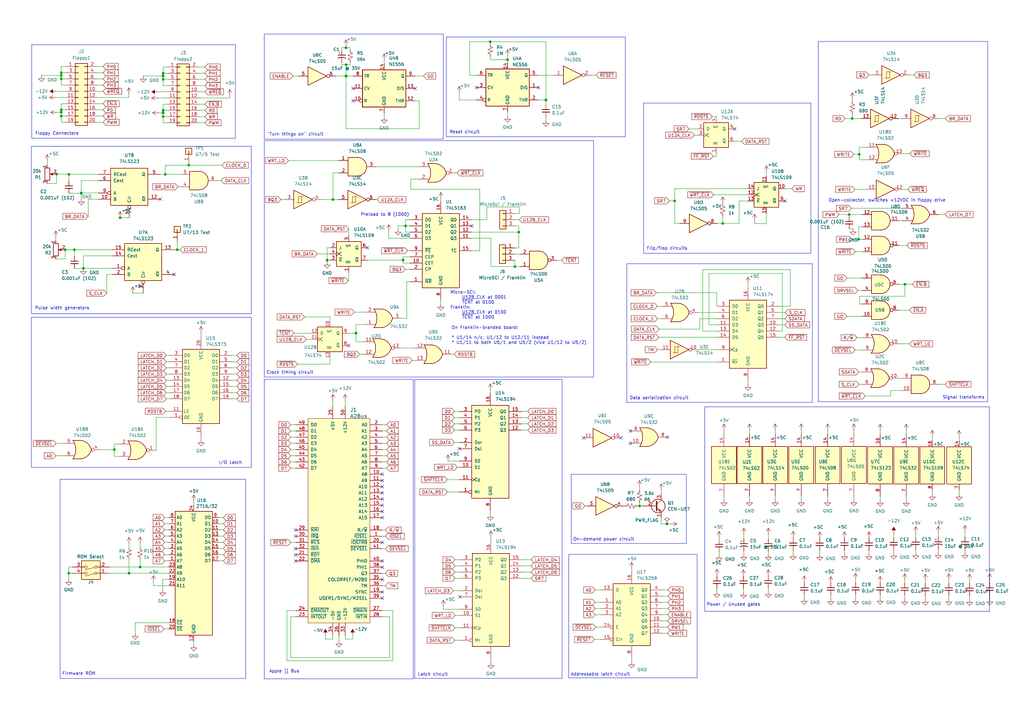
<source format=kicad_sch>
(kicad_sch (version 20230121) (generator eeschema)

  (uuid 56eaaa0c-e1fe-4237-9a20-09a5d3261c04)

  (paper "A3")

  (title_block
    (title "Micro-SCI Floppy Drive Controller")
    (date "2023-07-17")
    (rev "v0.2")
    (company "RyuCats")
  )

  

  (junction (at 352.3996 63.2968) (diameter 0) (color 0 0 0 0)
    (uuid 0eb7f77a-1691-46a5-beb9-708ba98faadf)
  )
  (junction (at 141.9606 31.1912) (diameter 0) (color 0 0 0 0)
    (uuid 13592c1d-8d3a-4a77-9349-f40d5d958c1c)
  )
  (junction (at 49.276 89.3064) (diameter 0) (color 0 0 0 0)
    (uuid 14d45346-d329-43a1-b9b8-64a35b0c2786)
  )
  (junction (at 25.1206 47.5996) (diameter 0) (color 0 0 0 0)
    (uuid 15f43f1c-accb-4895-805a-096f40d54a7a)
  )
  (junction (at 57.4802 232.5624) (diameter 0) (color 0 0 0 0)
    (uuid 227877cb-8d6b-42dd-9f7a-f23170c0b15d)
  )
  (junction (at 66.9036 46.2788) (diameter 0) (color 0 0 0 0)
    (uuid 227ba67b-bd2a-403b-9cca-ece13dfc9a29)
  )
  (junction (at 349.5548 48.6156) (diameter 0) (color 0 0 0 0)
    (uuid 22d6e3b8-95bd-43ec-9b4a-155fdcc0cc26)
  )
  (junction (at 262.3312 207.518) (diameter 0) (color 0 0 0 0)
    (uuid 23e17ec8-9479-4c85-9262-9a7a693e4f16)
  )
  (junction (at 66.9036 32.5628) (diameter 0) (color 0 0 0 0)
    (uuid 2668cc68-5cd8-4256-8d5f-46a4b9c3d00f)
  )
  (junction (at 23.1902 71.3994) (diameter 0) (color 0 0 0 0)
    (uuid 29ede8ec-7163-4f64-b12a-891361f6d83e)
  )
  (junction (at 141.9352 31.1912) (diameter 0) (color 0 0 0 0)
    (uuid 2ad1150c-6a6d-4f48-80de-136a5933bf00)
  )
  (junction (at 66.9036 45.2628) (diameter 0) (color 0 0 0 0)
    (uuid 3676ef53-63ee-4f61-b495-9fda43b885aa)
  )
  (junction (at 52.9082 235.1024) (diameter 0) (color 0 0 0 0)
    (uuid 4047e49c-241f-4070-8ebb-d2175194a5a3)
  )
  (junction (at 25.1206 45.0596) (diameter 0) (color 0 0 0 0)
    (uuid 40a6aa2a-e077-4ccc-98cc-345cab0b77dd)
  )
  (junction (at 25.1206 32.3596) (diameter 0) (color 0 0 0 0)
    (uuid 427efada-0d99-44ee-b65a-61a94a1ba131)
  )
  (junction (at 25.1206 46.0756) (diameter 0) (color 0 0 0 0)
    (uuid 44148518-9c6e-4761-89b6-5d970091b980)
  )
  (junction (at 66.9036 47.8028) (diameter 0) (color 0 0 0 0)
    (uuid 48719128-be50-41b3-839a-ab256d4cf8cc)
  )
  (junction (at 67.7672 71.5264) (diameter 0) (color 0 0 0 0)
    (uuid 5003d7e0-03d4-4a97-9867-30b08d65563e)
  )
  (junction (at 25.1206 29.8196) (diameter 0) (color 0 0 0 0)
    (uuid 5064e6d7-e5c5-4f08-9333-555f72eee4ee)
  )
  (junction (at 208.1784 24.4856) (diameter 0) (color 0 0 0 0)
    (uuid 52c27fbd-9fc4-4e48-90e6-38e3a0d82b5d)
  )
  (junction (at 77.4192 67.7672) (diameter 0) (color 0 0 0 0)
    (uuid 531f59de-cffa-4898-944c-2df625fa4f9d)
  )
  (junction (at 371.1448 116.586) (diameter 0) (color 0 0 0 0)
    (uuid 5481632d-fd31-48d1-9241-3db81d2839df)
  )
  (junction (at 166.3192 92.6592) (diameter 0) (color 0 0 0 0)
    (uuid 62ec17b1-65c1-4c8e-8373-71d96a4abc8f)
  )
  (junction (at 201.0664 17.1196) (diameter 0) (color 0 0 0 0)
    (uuid 68ac5519-04af-4e05-a4cf-db1e10ee5e75)
  )
  (junction (at 25.1206 30.9626) (diameter 0) (color 0 0 0 0)
    (uuid 6a049e7b-9826-405a-8ee8-2a6dd344f06c)
  )
  (junction (at 212.7504 95.1992) (diameter 0) (color 0 0 0 0)
    (uuid 76f27323-c1b6-4a00-a4f9-70e5b2fc6f64)
  )
  (junction (at 296.418 91.6432) (diameter 0) (color 0 0 0 0)
    (uuid 79353c67-35db-4fb8-abb6-9245fc42cbe6)
  )
  (junction (at 72.6948 102.4128) (diameter 0) (color 0 0 0 0)
    (uuid 7ce3703f-729a-4203-950c-652f669b6459)
  )
  (junction (at 26.7208 102.4128) (diameter 0) (color 0 0 0 0)
    (uuid 8333f7e2-3100-475c-84ac-bd4fd90e46a2)
  )
  (junction (at 141.9098 19.6088) (diameter 0) (color 0 0 0 0)
    (uuid 85293332-46cf-469f-9f14-444ea1474be8)
  )
  (junction (at 145.9992 136.652) (diameter 0) (color 0 0 0 0)
    (uuid 8a6f51da-dbd5-4499-9d4d-062cfa0c7452)
  )
  (junction (at 165.3032 106.68) (diameter 0) (color 0 0 0 0)
    (uuid 977745df-e2a3-4c8b-8cd8-4034ea36c9c3)
  )
  (junction (at 66.9036 30.0228) (diameter 0) (color 0 0 0 0)
    (uuid 9b875f30-8f9b-4b5b-b27e-88f17676d28e)
  )
  (junction (at 33.3502 79.1464) (diameter 0) (color 0 0 0 0)
    (uuid 9f9bb35f-05c9-4917-bf0a-74edb9b5decb)
  )
  (junction (at 352.1456 98.1456) (diameter 0) (color 0 0 0 0)
    (uuid ad2be07c-8a30-4aa7-a902-e507f61e2d74)
  )
  (junction (at 28.2702 71.5264) (diameter 0) (color 0 0 0 0)
    (uuid ad8a0025-e6c4-4a4a-96d1-a3bb46b52a4d)
  )
  (junction (at 134.1628 106.68) (diameter 0) (color 0 0 0 0)
    (uuid ae179397-46b0-4a33-ac43-4aafafbfe5b9)
  )
  (junction (at 273.558 214.884) (diameter 0) (color 0 0 0 0)
    (uuid b0f8be71-f714-4244-b97f-54dbc83dae95)
  )
  (junction (at 28.194 235.1024) (diameter 0) (color 0 0 0 0)
    (uuid b1859a5c-1e6b-49d8-81c4-6f093d35efed)
  )
  (junction (at 276.7076 82.3976) (diameter 0) (color 0 0 0 0)
    (uuid b4a3bb6a-530b-4020-a7aa-af7ad092ce73)
  )
  (junction (at 34.2138 110.0328) (diameter 0) (color 0 0 0 0)
    (uuid b56295da-b4a2-4945-9c4d-f118b61e7a62)
  )
  (junction (at 141.9606 26.5176) (diameter 0) (color 0 0 0 0)
    (uuid b69758b6-d427-4d1f-9770-f7c02da649a6)
  )
  (junction (at 46.8884 184.404) (diameter 0) (color 0 0 0 0)
    (uuid c4f9e4e2-930d-4690-8724-998bb53a0423)
  )
  (junction (at 348.2848 87.9856) (diameter 0) (color 0 0 0 0)
    (uuid c6e410d8-fbfc-44b4-bcd8-be6e4755ff5a)
  )
  (junction (at 211.1756 109.3216) (diameter 0) (color 0 0 0 0)
    (uuid e4552e4c-cca1-4eb3-a435-a3bdac03e800)
  )
  (junction (at 136.5758 81.8388) (diameter 0) (color 0 0 0 0)
    (uuid ed67b67e-a426-4e33-b6fc-58e6ea6d54f9)
  )
  (junction (at 30.5308 102.4128) (diameter 0) (color 0 0 0 0)
    (uuid f08fc34c-75fd-4391-ab9e-36ec8f420cd0)
  )
  (junction (at 33.3502 79.2734) (diameter 0) (color 0 0 0 0)
    (uuid f2487e48-6677-414e-8fde-0accde918ba7)
  )
  (junction (at 223.9264 40.9956) (diameter 0) (color 0 0 0 0)
    (uuid f58bedbe-f86d-4c34-b2d0-1df5e8ec9b59)
  )
  (junction (at 66.9036 31.1658) (diameter 0) (color 0 0 0 0)
    (uuid fd8434a6-ac94-4e1e-834a-b713ca90d0b1)
  )

  (no_connect (at 121.2596 219.9386) (uuid 00079c83-a711-4f95-8171-4707c1ffe4f2))
  (no_connect (at 188.4172 184.023) (uuid 0023254e-99a6-4e38-9aea-036adb434f94))
  (no_connect (at 254.6604 179.578) (uuid 09946f3d-95c5-4e83-bdee-666ac37263df))
  (no_connect (at 220.8784 35.9156) (uuid 0b4616bb-b68c-4768-b13c-bb3ab37b1241))
  (no_connect (at 156.8196 242.7986) (uuid 11d10470-6e67-4a4b-a7d4-b72ef4a9d1ca))
  (no_connect (at 142.9512 141.732) (uuid 2152bf48-a03d-4428-a1b1-5d9930c6322c))
  (no_connect (at 321.9704 82.4484) (uuid 2357aadf-b5b6-4a47-84a0-ec9270bf8db0))
  (no_connect (at 156.8196 202.1586) (uuid 2dd1b146-5821-42d2-b7b7-652f3d37495f))
  (no_connect (at 156.8196 232.6386) (uuid 3885ffd3-fd3b-4dba-b4f6-fb833d8d535c))
  (no_connect (at 121.2596 227.5586) (uuid 3bb3b145-9e54-4d85-a684-3f371eba77c4))
  (no_connect (at 121.2596 230.0986) (uuid 40c3baa7-d5b0-4c7e-89ad-714f7d1d467f))
  (no_connect (at 71.4248 112.5728) (uuid 46481c9d-3219-495e-99d8-4db677316f31))
  (no_connect (at 144.8562 41.3512) (uuid 4e90335f-0b5c-44b6-954e-50c9221d83fb))
  (no_connect (at 258.5466 181.8386) (uuid 55a97291-90c8-48d1-b85b-42536268fe43))
  (no_connect (at 156.8196 197.0786) (uuid 5a352595-70d1-4dc3-83fe-9cc43b2ea3b8))
  (no_connect (at 121.2596 217.3986) (uuid 5c47f2df-94cd-4506-8fb8-5fba0f3f15d4))
  (no_connect (at 301.3456 52.8828) (uuid 67e50e74-ce51-41c4-8715-55e602ab574f))
  (no_connect (at 156.8196 222.4786) (uuid 730a19e5-44b6-4b85-b39d-3319b8b30c0e))
  (no_connect (at 156.8196 209.7786) (uuid 745f3071-b71a-4126-8cfe-b28100f2c83d))
  (no_connect (at 150.6728 101.6) (uuid 7f69b8a6-fd8d-4ebf-9fac-fb9372e95fdf))
  (no_connect (at 156.8196 237.7186) (uuid 83fd2193-17e5-4a27-adca-61ac1df8125e))
  (no_connect (at 273.7866 179.2986) (uuid 878414e4-e89b-4b62-b96a-3a45817a5ccd))
  (no_connect (at 170.2562 36.2712) (uuid 8f8dedf8-ce30-4ef7-94e6-bf4dd6dfbe7d))
  (no_connect (at 156.8196 245.3386) (uuid 956a391a-da2c-4d12-905e-127887b4e204))
  (no_connect (at 121.2596 225.0186) (uuid af4080e4-3e4a-42fa-a388-9422b5495276))
  (no_connect (at 258.5466 176.7586) (uuid b084c7d8-103e-4844-afc5-634992033d4b))
  (no_connect (at 195.4784 35.9156) (uuid bb9f08b1-817c-4157-86a8-001ebeb5682d))
  (no_connect (at 156.8196 194.5386) (uuid bd9d7e14-21b3-4dcd-9f41-a79fe09ce87e))
  (no_connect (at 193.4972 92.6592) (uuid c0166046-6244-47a5-9534-d1f90d7e129b))
  (no_connect (at 156.8196 199.6186) (uuid c06ada5e-2a3b-4df5-9a4d-1d7db4b05dca))
  (no_connect (at 156.8196 207.2386) (uuid cfd67672-d5af-4a82-ac5e-032c54d5ca3f))
  (no_connect (at 239.4204 179.578) (uuid d9ee195d-667c-46b5-8c90-2d715e6afbee))
  (no_connect (at 156.8196 212.3186) (uuid dad0e8de-846b-4927-a07b-a135ef708439))
  (no_connect (at 156.8196 230.0986) (uuid e84d737c-cffc-4102-ae0c-16e7870ea92c))
  (no_connect (at 144.8562 36.2712) (uuid e85963b0-aca1-4e88-8dcc-ea6a2b30aa16))
  (no_connect (at 188.6204 244.8052) (uuid f56a3247-35bc-4734-a52e-0c4d8a7dd57a))
  (no_connect (at 156.8196 204.6986) (uuid f83a257c-1ff9-4bb7-ae91-0221c4808d11))
  (no_connect (at 65.7352 81.6864) (uuid fbba59ff-199c-431d-9558-e8c866b5ce8c))

  (wire (pts (xy 199.6948 84.8868) (xy 199.6948 90.1192))
    (stroke (width 0) (type default))
    (uuid 00574d2a-adbb-461e-bfab-c3030d96eb4f)
  )
  (wire (pts (xy 44.9072 232.5624) (xy 57.4802 232.5624))
    (stroke (width 0) (type default))
    (uuid 0069cff1-7758-4892-937b-381c82fabe50)
  )
  (wire (pts (xy 214.0204 229.5652) (xy 217.8304 229.5652))
    (stroke (width 0) (type default))
    (uuid 007e0ebe-d85a-4638-af77-d1a23acf3dd8)
  )
  (wire (pts (xy 193.4972 102.8192) (xy 196.7484 102.8192))
    (stroke (width 0) (type default))
    (uuid 00886f5c-4976-4610-9ff6-c8245aa5e3db)
  )
  (wire (pts (xy 270.1544 138.3284) (xy 294.0812 138.3284))
    (stroke (width 0) (type default))
    (uuid 00f4b3b9-78f1-4610-b5e0-84f3d25adcc5)
  )
  (wire (pts (xy 25.1206 32.3596) (xy 25.1206 34.8996))
    (stroke (width 0) (type default))
    (uuid 00f7c9a1-a7ec-475d-ae41-a3a9244fac3f)
  )
  (wire (pts (xy 188.3664 196.723) (xy 188.3664 196.6976))
    (stroke (width 0) (type default))
    (uuid 0109a42f-4b31-4ebe-876a-96b722593589)
  )
  (wire (pts (xy 171.9072 52.7812) (xy 171.9072 41.3512))
    (stroke (width 0) (type default))
    (uuid 01e83326-4e98-4d5f-82ec-8f0b7bea881a)
  )
  (wire (pts (xy 350.9264 243.9924) (xy 350.9264 245.4656))
    (stroke (width 0) (type default))
    (uuid 01f3822c-4244-4116-8ef1-0e8cbe65c471)
  )
  (wire (pts (xy 271.78 259.7404) (xy 273.7612 259.7404))
    (stroke (width 0) (type default))
    (uuid 039917d2-99a2-4522-8665-986db18d8e31)
  )
  (wire (pts (xy 328.6252 176.403) (xy 328.6252 178.054))
    (stroke (width 0) (type default))
    (uuid 040dbea4-9977-4a31-9393-13ea60b16445)
  )
  (wire (pts (xy 89.6112 219.8624) (xy 91.6432 219.8624))
    (stroke (width 0) (type default))
    (uuid 04752ae3-bfc2-458d-bdc8-afea6c7649ee)
  )
  (wire (pts (xy 314.3504 91.694) (xy 309.5244 91.694))
    (stroke (width 0) (type default))
    (uuid 04a6efa1-aa9e-4645-bd05-c8e4cdf162a6)
  )
  (wire (pts (xy 165.3032 105.3592) (xy 165.3032 106.68))
    (stroke (width 0) (type default))
    (uuid 04c4f103-cb52-4f78-8869-ddd422c5923e)
  )
  (wire (pts (xy 306.7812 156.1084) (xy 306.7812 157.6324))
    (stroke (width 0) (type default))
    (uuid 05420eaf-24bd-4d1e-99bf-3be6ddd68c66)
  )
  (wire (pts (xy 292.0746 47.8028) (xy 293.7256 47.8028))
    (stroke (width 0) (type default))
    (uuid 05c4193c-faca-4502-a4be-7633bebf234d)
  )
  (wire (pts (xy 271.78 254.6604) (xy 273.812 254.6604))
    (stroke (width 0) (type default))
    (uuid 05fc5cc0-bb44-4350-a781-560e0e3b4c4c)
  )
  (wire (pts (xy 117.7036 250.4186) (xy 117.7036 270.9926))
    (stroke (width 0) (type default))
    (uuid 06181ce3-b06b-4529-8cce-dd2810672270)
  )
  (wire (pts (xy 349.5548 46.6852) (xy 349.5548 48.6156))
    (stroke (width 0) (type default))
    (uuid 06218eff-932a-4ad7-ab6b-b89dec2588f6)
  )
  (wire (pts (xy 69.2912 224.9424) (xy 67.5132 224.9424))
    (stroke (width 0) (type default))
    (uuid 064b29a8-f9a3-4267-b587-373d5046518a)
  )
  (wire (pts (xy 214.376 176.3776) (xy 216.4842 176.3776))
    (stroke (width 0) (type default))
    (uuid 0656086a-1f5b-495e-8615-b7c40f0badad)
  )
  (wire (pts (xy 65.7352 71.5264) (xy 67.7672 71.5264))
    (stroke (width 0) (type default))
    (uuid 0658e204-d1d7-4688-850d-e45c9a506c98)
  )
  (wire (pts (xy 170.2562 31.1912) (xy 173.7106 31.1912))
    (stroke (width 0) (type default))
    (uuid 067721b1-e889-468c-8cef-c43830664980)
  )
  (wire (pts (xy 188.2648 168.7576) (xy 186.3852 168.7576))
    (stroke (width 0) (type default))
    (uuid 0754172d-7b54-485f-b2c6-89de78d13fc8)
  )
  (wire (pts (xy 22.9616 39.9796) (xy 27.0256 39.9796))
    (stroke (width 0) (type default))
    (uuid 07851094-48db-4000-b57f-0f0e1e1f126f)
  )
  (wire (pts (xy 371.0432 237.8456) (xy 371.0432 239.0648))
    (stroke (width 0) (type default))
    (uuid 07ce118a-36c3-4925-b88e-d82dc01ee467)
  )
  (wire (pts (xy 180.7972 81.4832) (xy 180.7972 82.4992))
    (stroke (width 0) (type default))
    (uuid 09aa1bf2-8a17-4f34-8d88-8b81ad5c5abb)
  )
  (wire (pts (xy 39.7256 45.0596) (xy 42.2656 45.0596))
    (stroke (width 0) (type default))
    (uuid 09c87717-7ef4-45f4-b64d-0750365e4a24)
  )
  (wire (pts (xy 68.2244 148.336) (xy 69.7484 148.336))
    (stroke (width 0) (type default))
    (uuid 0a0b1b1c-92a4-478c-aa5b-ee031bba2f03)
  )
  (wire (pts (xy 52.9082 235.1024) (xy 69.2912 235.1024))
    (stroke (width 0) (type default))
    (uuid 0b2ece80-3483-4240-b6c8-87d84edcd6a8)
  )
  (wire (pts (xy 68.2244 150.876) (xy 69.7484 150.876))
    (stroke (width 0) (type default))
    (uuid 0b68a056-85b6-48d1-a2cc-038c8a65659f)
  )
  (wire (pts (xy 66.7512 241.9096) (xy 66.7512 237.6424))
    (stroke (width 0) (type default))
    (uuid 0c0c9414-8569-47d0-9bbd-a5c6f7990176)
  )
  (wire (pts (xy 124.9172 129.9972) (xy 135.3312 129.9972))
    (stroke (width 0) (type default))
    (uuid 0c245cbd-de2b-42e4-ad95-41f85b657bc9)
  )
  (wire (pts (xy 352.3996 65.532) (xy 355.4476 65.532))
    (stroke (width 0) (type default))
    (uuid 0c490525-8dc8-42cf-8f5d-14c1f973c5bc)
  )
  (wire (pts (xy 27.0256 27.2796) (xy 25.1206 27.2796))
    (stroke (width 0) (type default))
    (uuid 0d15b18c-8f36-417c-8627-6d7fc247b2d0)
  )
  (wire (pts (xy 269.6972 130.7084) (xy 271.2212 130.7084))
    (stroke (width 0) (type default))
    (uuid 0d5c8966-853d-4aee-89ff-753b20ea3fd6)
  )
  (wire (pts (xy 25.1206 45.0596) (xy 27.0256 45.0596))
    (stroke (width 0) (type default))
    (uuid 0d838062-46de-45e9-bfdd-65e77dd8aee8)
  )
  (wire (pts (xy 67.9704 168.656) (xy 69.7484 168.656))
    (stroke (width 0) (type default))
    (uuid 0e12576a-5d20-430c-b87b-bc4facb73712)
  )
  (wire (pts (xy 350.2152 63.2968) (xy 352.3996 63.2968))
    (stroke (width 0) (type default))
    (uuid 0e4c835e-1a72-4fc8-beef-fd110906edea)
  )
  (wire (pts (xy 214.0204 232.1052) (xy 217.8304 232.1052))
    (stroke (width 0) (type default))
    (uuid 0f094e4b-acc5-4d61-81bb-2d09930a28bd)
  )
  (wire (pts (xy 262.3312 199.644) (xy 262.3312 201.041))
    (stroke (width 0) (type default))
    (uuid 10252dee-e0c1-46aa-b100-90f76de019ec)
  )
  (wire (pts (xy 159.8676 269.7226) (xy 159.8676 252.9586))
    (stroke (width 0) (type default))
    (uuid 103875b5-8d01-45bb-9766-b4bffd2a91ed)
  )
  (wire (pts (xy 171.6024 73.4568) (xy 168.5036 73.4568))
    (stroke (width 0) (type default))
    (uuid 1238dca2-75ce-456c-9355-6d2139e5e0aa)
  )
  (wire (pts (xy 269.5702 125.6284) (xy 271.2212 125.6284))
    (stroke (width 0) (type default))
    (uuid 124b9756-7dbf-43a0-80e7-a46f9a2b36c9)
  )
  (wire (pts (xy 214.376 176.403) (xy 214.376 176.3776))
    (stroke (width 0) (type default))
    (uuid 125e7f04-30f0-4f88-af7b-caf18148782b)
  )
  (wire (pts (xy 319.4812 125.6284) (xy 324.1802 125.6284))
    (stroke (width 0) (type default))
    (uuid 1356113a-513f-4af7-ba9a-3e0eb779f180)
  )
  (wire (pts (xy 244.348 257.2004) (xy 246.38 257.2004))
    (stroke (width 0) (type default))
    (uuid 13a98e74-3895-4860-ace8-42264bd188ca)
  )
  (wire (pts (xy 58.7756 31.1658) (xy 66.9036 31.1658))
    (stroke (width 0) (type default))
    (uuid 141295d1-b5fc-4f78-b6c6-4a5775b63835)
  )
  (wire (pts (xy 188.1124 176.403) (xy 188.1124 176.3776))
    (stroke (width 0) (type default))
    (uuid 14237b2d-35e0-4923-9a7b-d65817700424)
  )
  (wire (pts (xy 188.3664 196.6976) (xy 183.4642 196.6976))
    (stroke (width 0) (type default))
    (uuid 1568cca2-d9ad-41d0-b548-de2df5e16612)
  )
  (wire (pts (xy 368.8588 116.586) (xy 371.1448 116.586))
    (stroke (width 0) (type default))
    (uuid 15776cd5-5e30-4bf6-9cc4-824c5705194c)
  )
  (wire (pts (xy 72.6948 102.4128) (xy 73.8378 102.4128))
    (stroke (width 0) (type default))
    (uuid 161eeac9-3140-408f-bf18-bad1c281881f)
  )
  (wire (pts (xy 157.5562 46.4312) (xy 157.5562 47.9552))
    (stroke (width 0) (type default))
    (uuid 16728753-ca6c-4fe7-8178-d0982b6b4f17)
  )
  (wire (pts (xy 360.9848 203.5556) (xy 360.9848 205.0796))
    (stroke (width 0) (type default))
    (uuid 16755ab3-9878-498d-b781-70eb0a8321ce)
  )
  (wire (pts (xy 136.5758 70.9168) (xy 136.5758 81.8388))
    (stroke (width 0) (type default))
    (uuid 1675ca04-4c5f-4b67-bb62-04a02e0c8b69)
  )
  (wire (pts (xy 156.8196 179.2986) (xy 158.5976 179.2986))
    (stroke (width 0) (type default))
    (uuid 169e61eb-96e8-4c61-89f0-5030d1e7f392)
  )
  (wire (pts (xy 201.3712 109.3216) (xy 201.3712 97.7392))
    (stroke (width 0) (type default))
    (uuid 17d991fb-7651-4a3d-90b7-989e67fb6932)
  )
  (wire (pts (xy 315.1378 219.1766) (xy 315.1378 220.9546))
    (stroke (width 0) (type default))
    (uuid 1901c3db-6846-4baf-a944-eb37755bbafa)
  )
  (wire (pts (xy 25.1206 27.2796) (xy 25.1206 29.8196))
    (stroke (width 0) (type default))
    (uuid 19abd9cd-9670-4f1f-864f-883c3b0782ab)
  )
  (wire (pts (xy 286.4612 128.1684) (xy 294.0812 128.1684))
    (stroke (width 0) (type default))
    (uuid 1a8f27f6-8e7c-4479-9c29-473839a5673e)
  )
  (wire (pts (xy 140.1826 19.6088) (xy 141.9098 19.6088))
    (stroke (width 0) (type default))
    (uuid 1a9949f8-d6e1-44c2-8abb-f0e22252bdef)
  )
  (wire (pts (xy 193.4972 97.7392) (xy 201.3712 97.7392))
    (stroke (width 0) (type default))
    (uuid 1aa04cfe-8dfe-4531-80f7-9c39f6757763)
  )
  (wire (pts (xy 121.2596 186.9186) (xy 119.2276 186.9186))
    (stroke (width 0) (type default))
    (uuid 1af49ea9-2385-422c-915b-da380d233ae8)
  )
  (wire (pts (xy 344.1192 87.9856) (xy 348.2848 87.9856))
    (stroke (width 0) (type default))
    (uuid 1bdb14cd-6438-42dc-b5eb-9f1b82ac6ee8)
  )
  (wire (pts (xy 211.1756 104.2416) (xy 213.3092 104.2416))
    (stroke (width 0) (type default))
    (uuid 1bf36dd4-f692-415d-b903-22a2d1f06abb)
  )
  (wire (pts (xy 360.9848 244.0178) (xy 360.9848 245.3132))
    (stroke (width 0) (type default))
    (uuid 1db73742-0af7-468d-8275-4f48b9889d17)
  )
  (wire (pts (xy 271.78 247.0404) (xy 273.939 247.0404))
    (stroke (width 0) (type default))
    (uuid 1df8e6c8-70be-4d44-9611-4958c61c9713)
  )
  (wire (pts (xy 69.2912 230.0224) (xy 67.5132 230.0224))
    (stroke (width 0) (type default))
    (uuid 1e42d8a7-e536-4d54-af0a-127f1462310f)
  )
  (wire (pts (xy 82.4484 178.816) (xy 82.4484 180.34))
    (stroke (width 0) (type default))
    (uuid 20d9c6c4-736f-4ad1-a5ed-f7de55b7f1d5)
  )
  (wire (pts (xy 208.1784 22.9616) (xy 208.1784 24.4856))
    (stroke (width 0) (type default))
    (uuid 213f6e22-e8c8-4492-a379-2322f30f3125)
  )
  (wire (pts (xy 90.678 74.0664) (xy 89.2048 74.0664))
    (stroke (width 0) (type default))
    (uuid 22081a94-28e3-4eac-a972-1e55a9b4b799)
  )
  (wire (pts (xy 304.9524 241.6302) (xy 304.9524 242.824))
    (stroke (width 0) (type default))
    (uuid 2208e5e4-3b49-4ffb-943b-72a998dbdc13)
  )
  (wire (pts (xy 340.7918 244.3734) (xy 340.7918 245.5672))
    (stroke (width 0) (type default))
    (uuid 221ec62f-e07d-4cf7-8f6c-ee89f303129b)
  )
  (wire (pts (xy 186.5884 257.5052) (xy 188.6204 257.5052))
    (stroke (width 0) (type default))
    (uuid 22f92fd4-22c2-49c2-b68f-c98d01d59bb6)
  )
  (wire (pts (xy 133.4516 260.5786) (xy 133.4516 262.1026))
    (stroke (width 0) (type default))
    (uuid 234e4088-7b74-4b83-ac7a-d26a332b7728)
  )
  (wire (pts (xy 68.8086 42.7228) (xy 66.9036 42.7228))
    (stroke (width 0) (type default))
    (uuid 23a385f6-c567-4c32-b440-5de537d5d224)
  )
  (wire (pts (xy 25.1206 45.0596) (xy 25.1206 46.0756))
    (stroke (width 0) (type default))
    (uuid 24b5e0b4-6844-4584-9cc5-77dfd19e9a39)
  )
  (wire (pts (xy 165.3032 105.3592) (xy 168.0972 105.3592))
    (stroke (width 0) (type default))
    (uuid 252e28f1-2826-4f6b-b5a9-8bf0780e68d6)
  )
  (wire (pts (xy 266.9032 148.4376) (xy 267.0556 148.4376))
    (stroke (width 0) (type default))
    (uuid 260647dc-5c22-4300-8f41-c2a808039a1b)
  )
  (wire (pts (xy 244.094 252.1204) (xy 246.38 252.1204))
    (stroke (width 0) (type default))
    (uuid 26970cac-8593-4f8a-9df6-0c3172c51261)
  )
  (wire (pts (xy 188.1632 173.8376) (xy 186.3852 173.8376))
    (stroke (width 0) (type default))
    (uuid 26ddf6b2-550e-415c-8c7d-c6d7c0d5e523)
  )
  (wire (pts (xy 393.3952 179.0954) (xy 393.3952 180.7464))
    (stroke (width 0) (type default))
    (uuid 26e2c626-2054-4bf2-bc0f-17f2cb652a87)
  )
  (wire (pts (xy 350.8248 103.2256) (xy 353.6696 103.2256))
    (stroke (width 0) (type default))
    (uuid 27099863-8b7e-4f4e-9483-231766d037e6)
  )
  (wire (pts (xy 324.1802 110.6424) (xy 288.2392 110.6424))
    (stroke (width 0) (type default))
    (uuid 27b956ed-c09f-4b92-adbb-7df9d3bcc521)
  )
  (wire (pts (xy 188.214 171.2976) (xy 186.3852 171.2976))
    (stroke (width 0) (type default))
    (uuid 28d12758-ff2d-4dc4-9737-1eb7e05cd3dd)
  )
  (wire (pts (xy 142.9512 136.652) (xy 145.9992 136.652))
    (stroke (width 0) (type default))
    (uuid 291d89ff-3591-491a-bea1-d06156d7740c)
  )
  (wire (pts (xy 349.5548 48.6156) (xy 346.6084 48.6156))
    (stroke (width 0) (type default))
    (uuid 29968094-cb34-409f-889a-ef790877f393)
  )
  (wire (pts (xy 135.4328 101.6) (xy 134.1628 101.6))
    (stroke (width 0) (type default))
    (uuid 2acb5921-7af8-4f3f-ad29-3f90022b3486)
  )
  (wire (pts (xy 121.2596 222.4786) (xy 119.2276 222.4786))
    (stroke (width 0) (type default))
    (uuid 2b000f12-7837-4dbb-9b1f-5fedbdeacacc)
  )
  (wire (pts (xy 141.5796 262.1026) (xy 144.6276 262.1026))
    (stroke (width 0) (type default))
    (uuid 2b3e8503-775e-4be7-b759-0f65b7dd6fb9)
  )
  (wire (pts (xy 181.864 249.8852) (xy 188.6204 249.8852))
    (stroke (width 0) (type default))
    (uuid 2b771cda-6ef1-4228-a7b9-606d6089e450)
  )
  (wire (pts (xy 69.2912 214.7824) (xy 67.5132 214.7824))
    (stroke (width 0) (type default))
    (uuid 2b922a83-3308-4215-9822-51cefc25e060)
  )
  (wire (pts (xy 192.6844 30.8356) (xy 192.6844 17.1196))
    (stroke (width 0) (type default))
    (uuid 2bbb70e5-c86d-4125-b3fd-383eda8a636a)
  )
  (wire (pts (xy 145.9992 136.652) (xy 145.9992 140.208))
    (stroke (width 0) (type default))
    (uuid 2bd0af92-7508-40d7-8137-150efcf06ce9)
  )
  (wire (pts (xy 141.9352 31.1912) (xy 141.9352 52.7812))
    (stroke (width 0) (type default))
    (uuid 2c505973-1eb3-4942-becd-c975203b9252)
  )
  (wire (pts (xy 259.08 269.9004) (xy 259.08 271.4244))
    (stroke (width 0) (type default))
    (uuid 2ced7b97-65c3-40c2-855f-899ba28847a9)
  )
  (wire (pts (xy 25.1206 42.5196) (xy 25.1206 45.0596))
    (stroke (width 0) (type default))
    (uuid 2d971387-7e10-4b07-81d6-84dc00b9d4eb)
  )
  (wire (pts (xy 315.087 241.2238) (xy 315.087 241.0714))
    (stroke (width 0) (type default))
    (uuid 2eedb8ed-394a-4abd-b8c0-640c2b1adc79)
  )
  (wire (pts (xy 356.362 30.734) (xy 357.886 30.734))
    (stroke (width 0) (type default))
    (uuid 2f68bce5-d72c-4897-b6ff-95016d192940)
  )
  (wire (pts (xy 121.2596 184.3786) (xy 119.2276 184.3786))
    (stroke (width 0) (type default))
    (uuid 319b669a-6a92-4893-9b98-c408df234816)
  )
  (wire (pts (xy 79.4512 263.0424) (xy 79.4512 264.4394))
    (stroke (width 0) (type default))
    (uuid 33099e0a-fa78-4987-9d6f-e97f8bb30e04)
  )
  (wire (pts (xy 213.8172 176.403) (xy 214.376 176.403))
    (stroke (width 0) (type default))
    (uuid 330eb766-294c-41b5-8dbc-b9623757c888)
  )
  (wire (pts (xy 81.5086 35.1028) (xy 84.0486 35.1028))
    (stroke (width 0) (type default))
    (uuid 3321ca68-360f-43c2-96b3-e6b31e08b312)
  )
  (wire (pts (xy 39.7256 37.4396) (xy 42.2656 37.4396))
    (stroke (width 0) (type default))
    (uuid 33859ce5-cded-4922-abe0-c4afb5f18990)
  )
  (wire (pts (xy 145.9992 133.096) (xy 145.9992 136.652))
    (stroke (width 0) (type default))
    (uuid 33ca31fa-84e2-422e-88f1-847a5a145573)
  )
  (wire (pts (xy 244.094 249.5804) (xy 246.38 249.5804))
    (stroke (width 0) (type default))
    (uuid 33fcac58-8184-4d20-a1c4-284cdd66749e)
  )
  (wire (pts (xy 25.1206 29.8196) (xy 27.0256 29.8196))
    (stroke (width 0) (type default))
    (uuid 3417a8d8-27e7-4017-8c55-1a7645d76a1d)
  )
  (wire (pts (xy 64.7446 40.1828) (xy 68.8086 40.1828))
    (stroke (width 0) (type default))
    (uuid 348e1eab-d2c1-4b17-9096-fe568a6ea495)
  )
  (wire (pts (xy 271.78 244.5004) (xy 273.939 244.5004))
    (stroke (width 0) (type default))
    (uuid 34d43017-421d-4833-8ffd-032b2cb1a4d5)
  )
  (wire (pts (xy 33.3502 74.0664) (xy 33.3502 79.1464))
    (stroke (width 0) (type default))
    (uuid 3579f635-6354-42f8-a75c-3f1c4ddbabe0)
  )
  (wire (pts (xy 28.194 235.1024) (xy 29.6672 235.1024))
    (stroke (width 0) (type default))
    (uuid 35b32b23-24e6-4df4-9409-7e5e986bd414)
  )
  (wire (pts (xy 267.0556 148.4884) (xy 294.0812 148.4884))
    (stroke (width 0) (type default))
    (uuid 366e3e3b-16b9-4813-8093-b0a030f46916)
  )
  (wire (pts (xy 46.8884 187.198) (xy 48.6664 187.198))
    (stroke (width 0) (type default))
    (uuid 36dabc5e-7da5-44d2-9a3b-0b41b99f0479)
  )
  (wire (pts (xy 95.1484 161.036) (xy 97.1804 161.036))
    (stroke (width 0) (type default))
    (uuid 37a63329-bc53-4bc9-a3a4-1ec82f83cda1)
  )
  (wire (pts (xy 95.1484 148.336) (xy 97.1804 148.336))
    (stroke (width 0) (type default))
    (uuid 37f4e18f-a43e-4eb6-81b1-ce9b6990c4bc)
  )
  (wire (pts (xy 166.9288 115.5192) (xy 168.0972 115.5192))
    (stroke (width 0) (type default))
    (uuid 38817953-56b1-4e6d-9248-8bf813deacf0)
  )
  (wire (pts (xy 133.4516 262.1026) (xy 136.4996 262.1026))
    (stroke (width 0) (type default))
    (uuid 38891a5f-796b-4863-8641-e71ba85257a8)
  )
  (wire (pts (xy 356.4128 225.7552) (xy 356.4128 227.0506))
    (stroke (width 0) (type default))
    (uuid 38b47637-5050-47ac-af4f-98392006f2e2)
  )
  (wire (pts (xy 352.552 121.5136) (xy 352.552 124.6632))
    (stroke (width 0) (type default))
    (uuid 38bbb2ba-655f-4fc6-b64c-71279fa91587)
  )
  (wire (pts (xy 156.8196 189.4586) (xy 158.5976 189.4586))
    (stroke (width 0) (type default))
    (uuid 39057a9e-8840-42e9-83e6-4aff46397e01)
  )
  (wire (pts (xy 188.4172 168.783) (xy 188.2648 168.783))
    (stroke (width 0) (type default))
    (uuid 3967a7f7-9cae-4a03-ab22-fbf79e569eef)
  )
  (wire (pts (xy 139.0396 260.5786) (xy 139.0396 262.8646))
    (stroke (width 0) (type default))
    (uuid 39c95b3c-9153-493a-bf90-c97480710e15)
  )
  (wire (pts (xy 276.7076 77.3684) (xy 306.7304 77.3684))
    (stroke (width 0) (type default))
    (uuid 39cb24c1-da17-45ac-a22a-b2797c1ec8d6)
  )
  (wire (pts (xy 188.3664 196.723) (xy 188.4172 196.723))
    (stroke (width 0) (type default))
    (uuid 39e6851e-e98b-4b38-ac47-417d5a1b0d16)
  )
  (wire (pts (xy 41.3004 184.404) (xy 46.8884 184.404))
    (stroke (width 0) (type default))
    (uuid 3a9f8d25-150e-4f10-bfd9-b6eb1252dc52)
  )
  (wire (pts (xy 212.9536 84.8868) (xy 199.6948 84.8868))
    (stroke (width 0) (type default))
    (uuid 3b07724e-288b-47d2-842d-3bb7c521462f)
  )
  (wire (pts (xy 347.3704 129.7432) (xy 353.6188 129.7432))
    (stroke (width 0) (type default))
    (uuid 3b0854d9-c882-4656-b38a-d91434bdd4de)
  )
  (wire (pts (xy 156.8196 184.3786) (xy 158.5976 184.3786))
    (stroke (width 0) (type default))
    (uuid 3b1f80e4-9899-4eba-b63e-89ca6dbb1c37)
  )
  (wire (pts (xy 325.2978 225.8314) (xy 325.2978 227.0506))
    (stroke (width 0) (type default))
    (uuid 3b5fe685-44aa-435c-856c-b0131936263f)
  )
  (wire (pts (xy 156.8196 240.2586) (xy 158.0896 240.2586))
    (stroke (width 0) (type default))
    (uuid 3b8dae4d-f4bc-4417-a381-a0888263da7b)
  )
  (wire (pts (xy 81.5086 45.2628) (xy 84.0486 45.2628))
    (stroke (width 0) (type default))
    (uuid 3c53083b-e778-489a-8a5a-3aef58728150)
  )
  (wire (pts (xy 271.78 257.2004) (xy 273.812 257.2004))
    (stroke (width 0) (type default))
    (uuid 3d31a697-51de-4e0a-a36c-b8e16bc1a8d7)
  )
  (wire (pts (xy 55.5244 255.4224) (xy 55.5244 255.4732))
    (stroke (width 0) (type default))
    (uuid 3d3fab1e-b37f-4852-bd25-3f861271cbb9)
  )
  (wire (pts (xy 259.08 233.1974) (xy 259.08 234.3404))
    (stroke (width 0) (type default))
    (uuid 3d43c4df-5732-4c74-b1d1-0e5d80941e7a)
  )
  (wire (pts (xy 141.9352 52.7812) (xy 171.9072 52.7812))
    (stroke (width 0) (type default))
    (uuid 3dda110d-7a2a-4c29-aebd-62a4e68366d0)
  )
  (wire (pts (xy 214.0204 234.6452) (xy 217.8304 234.6452))
    (stroke (width 0) (type default))
    (uuid 3f5f71cf-4671-493f-adfd-29d112b44546)
  )
  (wire (pts (xy 296.418 88.646) (xy 296.418 91.6432))
    (stroke (width 0) (type default))
    (uuid 4099f960-bb91-49e1-bf30-9ce4f3907b58)
  )
  (wire (pts (xy 220.8784 40.9956) (xy 223.9264 40.9956))
    (stroke (width 0) (type default))
    (uuid 41a9a39b-2cbb-44f0-80fa-514630e8dc44)
  )
  (wire (pts (xy 188.6204 237.1852) (xy 186.5884 237.1852))
    (stroke (width 0) (type default))
    (uuid 42272146-16b6-4961-b697-8d8f07fcfca2)
  )
  (wire (pts (xy 69.2912 219.8624) (xy 67.5132 219.8624))
    (stroke (width 0) (type default))
    (uuid 423ac83c-2820-4103-b475-46dbb6c3c019)
  )
  (wire (pts (xy 188.3156 201.7776) (xy 183.4642 201.7776))
    (stroke (width 0) (type default))
    (uuid 4260c575-11f9-4ef1-ad5f-cbee43830f9b)
  )
  (wire (pts (xy 154.178 68.3768) (xy 171.6024 68.3768))
    (stroke (width 0) (type default))
    (uuid 433226a3-aef3-4bef-9e83-7e8e6566a820)
  )
  (wire (pts (xy 95.1484 150.876) (xy 97.1804 150.876))
    (stroke (width 0) (type default))
    (uuid 4386ef56-a88d-4d19-8f54-59ec26d88a07)
  )
  (wire (pts (xy 303.1236 82.4484) (xy 306.7304 82.4484))
    (stroke (width 0) (type default))
    (uuid 44999f12-341c-4217-a46e-dfd61699ebac)
  )
  (wire (pts (xy 69.2912 222.4024) (xy 67.5132 222.4024))
    (stroke (width 0) (type default))
    (uuid 4566a2a0-6592-4246-b2d5-7715d2ce6563)
  )
  (wire (pts (xy 273.558 214.884) (xy 271.2212 214.884))
    (stroke (width 0) (type default))
    (uuid 45a47d51-b855-4423-bb51-458cfe753fb6)
  )
  (wire (pts (xy 154.1272 81.8388) (xy 154.686 81.8388))
    (stroke (width 0) (type default))
    (uuid 45fefb57-e01b-4797-b7a4-e56e0b2a70bb)
  )
  (wire (pts (xy 52.9082 222.9104) (xy 52.9082 224.4344))
    (stroke (width 0) (type default))
    (uuid 46ab67f8-f711-4e63-a219-1709c00c7dcd)
  )
  (wire (pts (xy 22.9108 97.282) (xy 22.9108 98.6028))
    (stroke (width 0) (type default))
    (uuid 47e81150-f847-4373-94c8-74272ed0d6b8)
  )
  (wire (pts (xy 213.8172 173.863) (xy 214.3252 173.863))
    (stroke (width 0) (type default))
    (uuid 48d9f184-31bd-403f-812a-b8925b43f59d)
  )
  (wire (pts (xy 208.1784 24.4856) (xy 208.1784 25.7556))
    (stroke (width 0) (type default))
    (uuid 48f198fa-4e7c-4caa-a879-e9922c229418)
  )
  (wire (pts (xy 156.8196 219.9386) (xy 158.0896 219.9386))
    (stroke (width 0) (type default))
    (uuid 4907fd95-2adc-4178-91f0-5e7ab6a8d462)
  )
  (wire (pts (xy 89.6112 222.4024) (xy 91.6432 222.4024))
    (stroke (width 0) (type default))
    (uuid 4981531b-a445-425a-985c-35b8db68489f)
  )
  (wire (pts (xy 141.9352 31.1912) (xy 141.9606 31.1912))
    (stroke (width 0) (type default))
    (uuid 49a241a9-90c2-4b7a-bedd-d204d312788e)
  )
  (wire (pts (xy 166.8272 115.57) (xy 166.9288 115.57))
    (stroke (width 0) (type default))
    (uuid 49cc91fd-dd84-4fc1-9692-8fb5e34396a5)
  )
  (wire (pts (xy 43.7388 120.2436) (xy 43.7896 120.2436))
    (stroke (width 0) (type default))
    (uuid 49f73d90-a4b4-4984-9ada-872de592c31d)
  )
  (wire (pts (xy 166.3192 95.1992) (xy 168.0972 95.1992))
    (stroke (width 0) (type default))
    (uuid 49fdc7cd-5779-4afe-82e8-1924159c0fb2)
  )
  (wire (pts (xy 306.7812 116.2304) (xy 306.7812 118.0084))
    (stroke (width 0) (type default))
    (uuid 4a0e8f76-ca6e-4721-992e-d4d4f847c5fd)
  )
  (wire (pts (xy 239.8776 207.518) (xy 240.5888 207.518))
    (stroke (width 0) (type default))
    (uuid 4a2acf95-6f7d-4425-a23c-0cb7cb65edd5)
  )
  (wire (pts (xy 140.1826 26.5176) (xy 141.9606 26.5176))
    (stroke (width 0) (type default))
    (uuid 4a6bcec2-0cdb-4f58-930e-63f866cb2527)
  )
  (wire (pts (xy 135.3312 129.9972) (xy 135.3312 131.572))
    (stroke (width 0) (type default))
    (uuid 4a8387e4-c19b-44cc-9feb-8ae263107b2f)
  )
  (wire (pts (xy 27.0256 42.5196) (xy 25.1206 42.5196))
    (stroke (width 0) (type default))
    (uuid 4af229f5-987e-4c55-9490-6faecb3c88dd)
  )
  (wire (pts (xy 294.0812 133.2484) (xy 290.7792 133.2484))
    (stroke (width 0) (type default))
    (uuid 4b3e831f-a122-4475-bcb9-8db61283b7fb)
  )
  (wire (pts (xy 375.5898 225.3996) (xy 375.5898 226.6696))
    (stroke (width 0) (type default))
    (uuid 4b422eec-f9ee-4120-8d22-d5d00ab5f408)
  )
  (wire (pts (xy 276.7076 91.6432) (xy 276.7076 82.3976))
    (stroke (width 0) (type default))
    (uuid 4c87f223-dc35-4b7b-9e2f-17fe38a876c1)
  )
  (wire (pts (xy 23.2156 71.4248) (xy 23.1648 71.4248))
    (stroke (width 0) (type default))
    (uuid 4c8f8603-2af7-4091-911b-bc7110ad9154)
  )
  (wire (pts (xy 188.3156 201.803) (xy 188.3156 201.7776))
    (stroke (width 0) (type default))
    (uuid 4ca7ba50-1b86-4d8e-ae73-33f61bbbc22b)
  )
  (wire (pts (xy 67.7672 67.7672) (xy 67.7672 71.5264))
    (stroke (width 0) (type default))
    (uuid 4ceffd38-2de5-46a5-a0f7-e842ec3cae1d)
  )
  (wire (pts (xy 156.8196 217.3986) (xy 158.0896 217.3986))
    (stroke (width 0) (type default))
    (uuid 4dc6859c-4634-4b4e-8fad-c1355a95536a)
  )
  (wire (pts (xy 317.9572 176.403) (xy 317.9572 178.054))
    (stroke (width 0) (type default))
    (uuid 4dce062f-fe9c-45ba-bf07-19e677fc1793)
  )
  (wire (pts (xy 385.1148 157.6324) (xy 387.6548 157.6324))
    (stroke (width 0) (type default))
    (uuid 4dde7aee-c1c9-4f18-8bfc-1b6958c65307)
  )
  (wire (pts (xy 81.5086 40.1828) (xy 94.234 40.1828))
    (stroke (width 0) (type default))
    (uuid 4dffd22e-b19b-47f3-854b-ff138b1e6189)
  )
  (wire (pts (xy 63.9064 184.658) (xy 64.0334 184.658))
    (stroke (width 0) (type default))
    (uuid 4fc3c75b-2b15-47d6-9f44-3c0048d976f1)
  )
  (wire (pts (xy 68.2244 161.036) (xy 69.7484 161.036))
    (stroke (width 0) (type default))
    (uuid 4fc5ae12-b524-423e-a64b-06c7f1a248a6)
  )
  (wire (pts (xy 269.6972 143.4084) (xy 271.0942 143.4084))
    (stroke (width 0) (type default))
    (uuid 503cfeda-3806-406b-97d7-dfb204b10ed8)
  )
  (wire (pts (xy 166.2176 110.4392) (xy 168.0972 110.4392))
    (stroke (width 0) (type default))
    (uuid 503d515e-d298-49b3-9128-617c3ddc37ee)
  )
  (wire (pts (xy 28.194 237.5408) (xy 28.194 235.1024))
    (stroke (width 0) (type default))
    (uuid 51074ef0-0c5d-4d62-b757-e05b5bb9b7dd)
  )
  (wire (pts (xy 28.194 235.1024) (xy 28.194 232.5624))
    (stroke (width 0) (type default))
    (uuid 5150a3ea-ce3f-456e-b571-39cc2c602898)
  )
  (wire (pts (xy 214.2236 168.783) (xy 214.2236 168.7576))
    (stroke (width 0) (type default))
    (uuid 5151ee5e-a27f-4647-8844-e7d15f1ade8d)
  )
  (wire (pts (xy 66.9036 32.5628) (xy 68.8086 32.5628))
    (stroke (width 0) (type default))
    (uuid 51d485f7-bfd6-4fd6-8acc-f0dfff888b18)
  )
  (wire (pts (xy 166.7764 130.556) (xy 164.7952 130.556))
    (stroke (width 0) (type default))
    (uuid 51f46faa-d72c-4e35-bc56-5e81ffa15070)
  )
  (wire (pts (xy 69.2912 255.4224) (xy 55.5244 255.4224))
    (stroke (width 0) (type default))
    (uuid 523202d4-2946-4bb5-908b-af87af37ffd7)
  )
  (wire (pts (xy 91.0844 67.7672) (xy 77.4192 67.7672))
    (stroke (width 0) (type default))
    (uuid 52a60d08-2dbf-4619-8a92-9b2345afb6d0)
  )
  (wire (pts (xy 156.8196 191.9986) (xy 158.5976 191.9986))
    (stroke (width 0) (type default))
    (uuid 5416c4df-ea7a-4661-b447-aa109c05d071)
  )
  (wire (pts (xy 65.1256 46.2788) (xy 66.9036 46.2788))
    (stroke (width 0) (type default))
    (uuid 5491647b-0b85-416f-93e0-6c1f9368cd13)
  )
  (wire (pts (xy 23.1648 71.3994) (xy 23.1902 71.3994))
    (stroke (width 0) (type default))
    (uuid 5491fb1e-350e-4e2f-9d5c-f47ad0356699)
  )
  (wire (pts (xy 26.7208 102.4128) (xy 30.5308 102.4128))
    (stroke (width 0) (type default))
    (uuid 55118ca5-8baa-4b75-96a8-00122cf2edf0)
  )
  (wire (pts (xy 34.2138 110.1598) (xy 34.2138 110.0328))
    (stroke (width 0) (type default))
    (uuid 556b4a53-b62f-4252-96c9-9ca89fdc3d20)
  )
  (wire (pts (xy 349.1992 85.4456) (xy 369.8748 85.4456))
    (stroke (width 0) (type default))
    (uuid 55d3f1c2-e517-4981-b285-9922f65640fa)
  )
  (wire (pts (xy 89.6112 227.4824) (xy 91.6432 227.4824))
    (stroke (width 0) (type default))
    (uuid 5648e0ad-7908-45e0-aea0-ff9d8423af02)
  )
  (wire (pts (xy 28.2702 71.3994) (xy 28.2702 71.5264))
    (stroke (width 0) (type default))
    (uuid 5658af5f-d1cd-4663-a1fe-ed5c88f13f38)
  )
  (wire (pts (xy 375.5898 218.5416) (xy 375.5898 220.3196))
    (stroke (width 0) (type default))
    (uuid 56948bf0-737c-45db-941e-683353cd28b0)
  )
  (wire (pts (xy 143.637 26.5176) (xy 143.637 25.6032))
    (stroke (width 0) (type default))
    (uuid 56bb9998-61ef-4e71-a674-95362aced7e1)
  )
  (wire (pts (xy 188.6204 229.5652) (xy 186.5884 229.5652))
    (stroke (width 0) (type default))
    (uuid 56f30c88-ac25-4f56-aaeb-5771d64dd65b)
  )
  (wire (pts (xy 296.418 83.2612) (xy 296.418 83.566))
    (stroke (width 0) (type default))
    (uuid 5766c08c-fa98-4ffa-bbe8-9414ae131a19)
  )
  (wire (pts (xy 350.6216 77.6732) (xy 355.5492 77.6732))
    (stroke (width 0) (type default))
    (uuid 57ac7607-ea2f-40e2-b641-ca4514d3457f)
  )
  (wire (pts (xy 62.9412 238.6584) (xy 62.9412 240.1824))
    (stroke (width 0) (type default))
    (uuid 57b03b87-e2af-4532-b248-556742f50a61)
  )
  (wire (pts (xy 201.3204 270.2052) (xy 201.3204 271.7292))
    (stroke (width 0) (type default))
    (uuid 58caff2d-1d3d-491d-b34e-72cc4f061328)
  )
  (wire (pts (xy 77.4192 67.1068) (xy 77.4192 67.7672))
    (stroke (width 0) (type default))
    (uuid 58e16511-32bc-462d-b687-6385153f3928)
  )
  (wire (pts (xy 223.9264 48.006) (xy 223.9264 49.276))
    (stroke (width 0) (type default))
    (uuid 59bfd61c-8225-4dd8-ad12-5afe7437b3ff)
  )
  (wire (pts (xy 135.3312 149.352) (xy 135.3312 146.812))
    (stroke (width 0) (type default))
    (uuid 5a227e02-fa3c-40d9-a14d-aaff9005e21f)
  )
  (wire (pts (xy 339.4456 203.454) (xy 339.4456 204.978))
    (stroke (width 0) (type default))
    (uuid 5a57304e-934c-4656-9795-a2a8b4a6cf7d)
  )
  (wire (pts (xy 166.3192 92.6592) (xy 166.3192 95.1992))
    (stroke (width 0) (type default))
    (uuid 5a8d9d77-6aca-49ad-b8b1-3977554b3938)
  )
  (wire (pts (xy 223.9264 40.9956) (xy 223.9264 42.926))
    (stroke (width 0) (type default))
    (uuid 5a93a4ea-562e-44c5-b905-3cca52468a57)
  )
  (wire (pts (xy 165.3032 107.8992) (xy 168.0972 107.8992))
    (stroke (width 0) (type default))
    (uuid 5a9c97a0-d3d2-47d7-898f-6943d1784de3)
  )
  (wire (pts (xy 352.1456 98.1456) (xy 353.6696 98.1456))
    (stroke (width 0) (type default))
    (uuid 5ba471de-1093-4326-92c0-2723a5375b7c)
  )
  (wire (pts (xy 69.2912 232.5624) (xy 57.4802 232.5624))
    (stroke (width 0) (type default))
    (uuid 5bb4bce1-7781-49b0-a2e5-2ff3fda530cc)
  )
  (wire (pts (xy 23.1902 71.3994) (xy 28.2702 71.3994))
    (stroke (width 0) (type default))
    (uuid 5bc08166-176c-4bc0-a744-129bef0b5a09)
  )
  (wire (pts (xy 117.7036 270.9926) (xy 161.1376 270.9926))
    (stroke (width 0) (type default))
    (uuid 5d20f513-96f3-45e6-8e6f-df8ab9df89d5)
  )
  (wire (pts (xy 25.1206 34.8996) (xy 27.0256 34.8996))
    (stroke (width 0) (type default))
    (uuid 5d27cbd1-0833-4211-8852-53f61dfeee2f)
  )
  (wire (pts (xy 271.2212 214.884) (xy 271.2212 212.598))
    (stroke (width 0) (type default))
    (uuid 5e0fc28b-2322-45f8-ac8b-3f81af2ed0b1)
  )
  (wire (pts (xy 211.1756 109.3216) (xy 201.3712 109.3216))
    (stroke (width 0) (type default))
    (uuid 5e87eaba-075b-4738-8ff1-ee1157d6e755)
  )
  (wire (pts (xy 397.6624 237.998) (xy 397.6624 239.2172))
    (stroke (width 0) (type default))
    (uuid 5ed99e93-fc3a-40e2-ab16-360bfc103de8)
  )
  (wire (pts (xy 365.3028 160.1724) (xy 369.8748 160.1724))
    (stroke (width 0) (type default))
    (uuid 5f0383a7-215e-4f03-85c0-68d3049b999d)
  )
  (wire (pts (xy 346.3544 225.7044) (xy 346.3544 225.552))
    (stroke (width 0) (type default))
    (uuid 5f0f161d-83dc-42ac-b427-ad2e77af7ede)
  )
  (wire (pts (xy 30.5308 110.1598) (xy 34.2138 110.1598))
    (stroke (width 0) (type default))
    (uuid 5fb15627-80e5-473b-beed-b3c3677fed7c)
  )
  (wire (pts (xy 150.6728 106.68) (xy 165.3032 106.68))
    (stroke (width 0) (type default))
    (uuid 6027640f-37e0-42d7-bf20-38ff168b7741)
  )
  (wire (pts (xy 188.4172 173.863) (xy 188.1632 173.863))
    (stroke (width 0) (type default))
    (uuid 605720ed-af1b-4dfc-a387-9deda0016788)
  )
  (wire (pts (xy 136.4996 164.3126) (xy 136.4996 166.5986))
    (stroke (width 0) (type default))
    (uuid 605c18e9-0ab9-4d66-88fd-46675570926a)
  )
  (wire (pts (xy 79.4512 205.5114) (xy 79.4512 207.1624))
    (stroke (width 0) (type default))
    (uuid 60871891-2df0-49f7-be1f-edc791cc21ca)
  )
  (wire (pts (xy 329.8952 238.7346) (xy 329.8952 238.9886))
    (stroke (width 0) (type default))
    (uuid 620a2071-f96f-44f6-b799-8bab4738139d)
  )
  (wire (pts (xy 89.6112 212.2424) (xy 91.6432 212.2424))
    (stroke (width 0) (type default))
    (uuid 624fcb26-8478-4879-b948-381a3add81e3)
  )
  (wire (pts (xy 319.4812 128.1684) (xy 322.0212 128.1684))
    (stroke (width 0) (type default))
    (uuid 62dda6bf-06ac-4807-aa1f-d13c2009baa1)
  )
  (wire (pts (xy 288.2392 110.6424) (xy 288.2392 135.7884))
    (stroke (width 0) (type default))
    (uuid 63057f4f-4e69-4e43-9e92-bd81ee732720)
  )
  (wire (pts (xy 33.3502 79.1464) (xy 40.3352 79.1464))
    (stroke (width 0) (type default))
    (uuid 6321416b-30b3-4b93-80cc-2411b8f9b33f)
  )
  (wire (pts (xy 188.0616 181.483) (xy 188.0616 181.4576))
    (stroke (width 0) (type default))
    (uuid 6323875b-d635-4373-85e7-d8dcb2a61c35)
  )
  (wire (pts (xy 201.0664 24.4856) (xy 208.1784 24.4856))
    (stroke (width 0) (type default))
    (uuid 633ec72a-454b-4d3b-af89-ad2036b4d8a4)
  )
  (wire (pts (xy 294.0558 235.9914) (xy 294.0558 236.2454))
    (stroke (width 0) (type default))
    (uuid 636833da-256c-4ccc-9043-65f93fe2d994)
  )
  (wire (pts (xy 340.7664 244.3734) (xy 340.7918 244.3734))
    (stroke (width 0) (type default))
    (uuid 638a4a5f-51d9-4802-adcb-4fbf5c55cf5c)
  )
  (wire (pts (xy 352.3996 60.452) (xy 355.4476 60.452))
    (stroke (width 0) (type default))
    (uuid 63959264-16ee-4962-ad4c-eafca22a7c90)
  )
  (wire (pts (xy 187.5536 191.643) (xy 188.4172 191.643))
    (stroke (width 0) (type default))
    (uuid 63e18da4-8347-42b2-bd70-13cde09d2d3a)
  )
  (wire (pts (xy 228.5492 106.7816) (xy 230.3272 106.7816))
    (stroke (width 0) (type default))
    (uuid 64a58eeb-d4ee-410c-8ff3-2a88fbb9cb05)
  )
  (wire (pts (xy 134.1628 101.6) (xy 134.1628 106.68))
    (stroke (width 0) (type default))
    (uuid 64af0dbc-1b39-4f10-a8f3-e307cff166e4)
  )
  (wire (pts (xy 188.6204 232.1052) (xy 186.5884 232.1052))
    (stroke (width 0) (type default))
    (uuid 6546e8b9-070e-4734-af73-74371519eb4f)
  )
  (wire (pts (xy 201.0664 17.1196) (xy 201.0664 18.1356))
    (stroke (width 0) (type default))
    (uuid 65726ef2-7724-4050-a8f1-a0d6b0b1f389)
  )
  (wire (pts (xy 212.7504 95.1992) (xy 212.7504 101.7016))
    (stroke (width 0) (type default))
    (uuid 658a61c5-4d22-48b5-955c-1c092cd87e9f)
  )
  (wire (pts (xy 201.3204 220.2688) (xy 201.3204 221.9452))
    (stroke (width 0) (type default))
    (uuid 6606898b-f154-4605-9ad4-74e8d26a44d2)
  )
  (wire (pts (xy 119.2276 269.7226) (xy 159.8676 269.7226))
    (stroke (width 0) (type default))
    (uuid 662978bf-e6e8-4b6b-b7a4-8884a09091f4)
  )
  (wire (pts (xy 352.3488 157.6324) (xy 353.2886 157.6324))
    (stroke (width 0) (type default))
    (uuid 66946c96-058e-4f2f-a437-cc7b6e228f96)
  )
  (wire (pts (xy 213.8172 168.783) (xy 214.2236 168.783))
    (stroke (width 0) (type default))
    (uuid 66f062fa-e1d0-43e7-9013-bc3b428019b1)
  )
  (wire (pts (xy 143.0528 111.76) (xy 143.0528 115.1128))
    (stroke (width 0) (type default))
    (uuid 670e178b-6366-4afa-bd53-5aaa898f7e46)
  )
  (wire (pts (xy 370.6876 62.992) (xy 373.2276 62.992))
    (stroke (width 0) (type default))
    (uuid 6777b30f-0ff3-4c9e-b6a6-05446795408c)
  )
  (wire (pts (xy 134.1628 106.68) (xy 135.4328 106.68))
    (stroke (width 0) (type default))
    (uuid 67859678-f733-4bce-81e0-d25b8ccd0268)
  )
  (wire (pts (xy 294.0304 241.3508) (xy 294.0304 242.57))
    (stroke (width 0) (type default))
    (uuid 67cf0f83-f234-49fa-b7e0-42d089a55acc)
  )
  (wire (pts (xy
... [375622 chars truncated]
</source>
